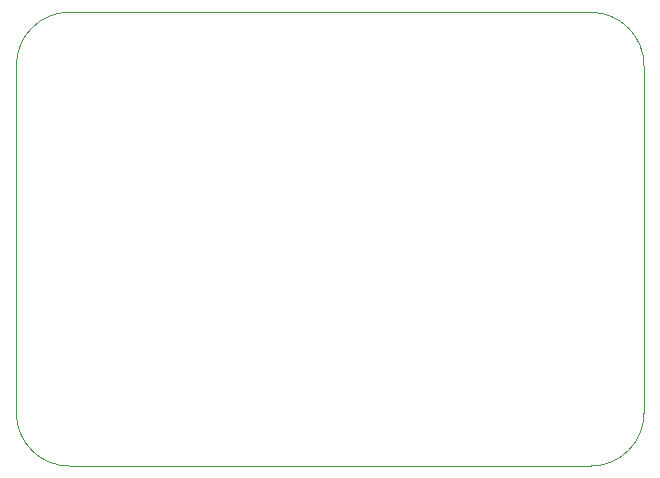
<source format=gbr>
%TF.GenerationSoftware,KiCad,Pcbnew,(7.0.0)*%
%TF.CreationDate,2023-02-16T03:23:41+08:00*%
%TF.ProjectId,STM32F103C8T6_BreakOut_Board,53544d33-3246-4313-9033-433854365f42,rev?*%
%TF.SameCoordinates,Original*%
%TF.FileFunction,Profile,NP*%
%FSLAX46Y46*%
G04 Gerber Fmt 4.6, Leading zero omitted, Abs format (unit mm)*
G04 Created by KiCad (PCBNEW (7.0.0)) date 2023-02-16 03:23:41*
%MOMM*%
%LPD*%
G01*
G04 APERTURE LIST*
%TA.AperFunction,Profile*%
%ADD10C,0.100000*%
%TD*%
G04 APERTURE END LIST*
D10*
X118750603Y-108690002D02*
G75*
G03*
X123250000Y-113189999I4484697J-15298D01*
G01*
X167400000Y-113190000D02*
X123250000Y-113190000D01*
X171899937Y-79350330D02*
G75*
G03*
X167399943Y-74770395I-4524637J55030D01*
G01*
X167400000Y-113189990D02*
G75*
G03*
X171894687Y-108690006I0J4494690D01*
G01*
X167400000Y-74760000D02*
X123250000Y-74760000D01*
X123250000Y-74760002D02*
G75*
G03*
X118750002Y-79260000I25300J-4525298D01*
G01*
X171900000Y-108690000D02*
X171900000Y-79350331D01*
X118750000Y-108690000D02*
X118750000Y-79260000D01*
M02*

</source>
